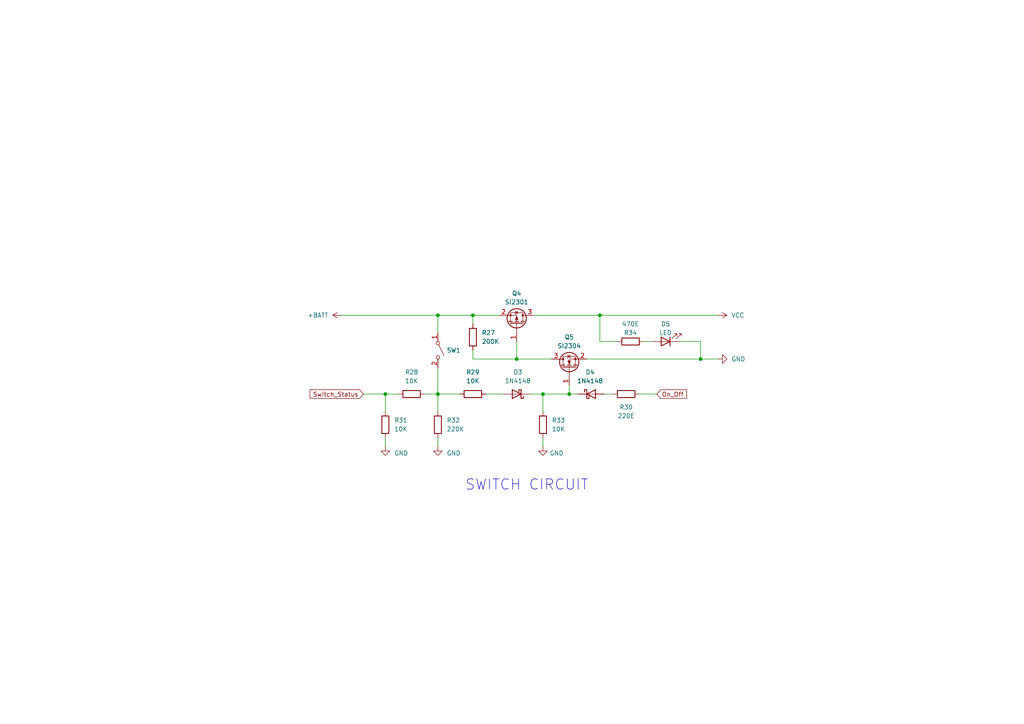
<source format=kicad_sch>
(kicad_sch (version 20250114) (generator "eeschema") (generator_version "9.0")
  (paper "A4")
  (lib_symbols
    (symbol "Device:D_Schottky" (pin_numbers (hide yes)) (pin_names (offset 1.016) (hide yes))
      (property "Reference" "D" (at 0 2.54 0))
      (property "Value" "D_Schottky" (at 0 -2.54 0))
      (symbol "D_Schottky_0_1"
        (polyline (pts (xy -1.905 0.635) (xy -1.905 1.27) (xy -1.27 1.27) (xy -1.27 -1.27) (xy -0.635 -1.27) (xy -0.635 -0.635)) (stroke (width 0.254)))
        (polyline (pts (xy 1.27 1.27) (xy 1.27 -1.27) (xy -1.27 0) (xy 1.27 1.27)) (stroke (width 0.254)))
        (polyline (pts (xy 1.27 0) (xy -1.27 0)))
      )
      (symbol "D_Schottky_1_1"
        (pin passive line (at -3.81 0 0) (length 2.54) (name "K") (number "1"))
        (pin passive line (at 3.81 0 180) (length 2.54) (name "A") (number "2"))
      )
    )
    (symbol "Device:LED" (pin_numbers (hide yes)) (pin_names (offset 1.016) (hide yes))
      (property "Reference" "D" (at 0 2.54 0))
      (property "Value" "LED" (at 0 -2.54 0))
      (symbol "LED_0_1"
        (polyline (pts (xy -3.048 -0.762) (xy -4.572 -2.286) (xy -3.81 -2.286) (xy -4.572 -2.286) (xy -4.572 -1.524)))
        (polyline (pts (xy -1.778 -0.762) (xy -3.302 -2.286) (xy -2.54 -2.286) (xy -3.302 -2.286) (xy -3.302 -1.524)))
        (polyline (pts (xy -1.27 0) (xy 1.27 0)))
        (polyline (pts (xy -1.27 -1.27) (xy -1.27 1.27)) (stroke (width 0.254)))
        (polyline (pts (xy 1.27 -1.27) (xy 1.27 1.27) (xy -1.27 0) (xy 1.27 -1.27)) (stroke (width 0.254)))
      )
      (symbol "LED_1_1"
        (pin passive line (at -3.81 0 0) (length 2.54) (name "K") (number "1"))
        (pin passive line (at 3.81 0 180) (length 2.54) (name "A") (number "2"))
      )
    )
    (symbol "Device:Q_NMOS_GSD" (pin_names (offset 0) (hide yes))
      (property "Reference" "Q" (at 5.08 1.27 0))
      (property "Value" "Q_NMOS_GSD" (at 5.08 -1.27 0))
      (symbol "Q_NMOS_GSD_0_1"
        (polyline (pts (xy 0.254 1.905) (xy 0.254 -1.905)) (stroke (width 0.254)))
        (polyline (pts (xy 0.254 0) (xy -2.54 0)))
        (polyline (pts (xy 0.762 2.286) (xy 0.762 1.27)) (stroke (width 0.254)))
        (polyline (pts (xy 0.762 0.508) (xy 0.762 -0.508)) (stroke (width 0.254)))
        (polyline (pts (xy 0.762 -1.27) (xy 0.762 -2.286)) (stroke (width 0.254)))
        (polyline (pts (xy 0.762 -1.778) (xy 3.302 -1.778) (xy 3.302 1.778) (xy 0.762 1.778)))
        (polyline (pts (xy 1.016 0) (xy 2.032 0.381) (xy 2.032 -0.381) (xy 1.016 0)) (fill (type outline)))
        (circle (center 1.651 0) (radius 2.794) (stroke (width 0.254)))
        (polyline (pts (xy 2.54 2.54) (xy 2.54 1.778)))
        (circle (center 2.54 1.778) (radius 0.254) (fill (type outline)))
        (circle (center 2.54 -1.778) (radius 0.254) (fill (type outline)))
        (polyline (pts (xy 2.54 -2.54) (xy 2.54 0) (xy 0.762 0)))
        (polyline (pts (xy 2.794 0.508) (xy 2.921 0.381) (xy 3.683 0.381) (xy 3.81 0.254)))
        (polyline (pts (xy 3.302 0.381) (xy 2.921 -0.254) (xy 3.683 -0.254) (xy 3.302 0.381)))
      )
      (symbol "Q_NMOS_GSD_1_1"
        (pin input line (at -5.08 0 0) (length 2.54) (name "G") (number "1"))
        (pin passive line (at 2.54 5.08 270) (length 2.54) (name "D") (number "3"))
        (pin passive line (at 2.54 -5.08 90) (length 2.54) (name "S") (number "2"))
      )
    )
    (symbol "Device:R" (pin_numbers (hide yes)) (pin_names (offset 0))
      (property "Reference" "R" (at 2.032 0 90))
      (property "Value" "R" (at 0 0 90))
      (symbol "R_0_1"
        (rectangle (start -1.016 -2.54) (end 1.016 2.54) (stroke (width 0.254)))
      )
      (symbol "R_1_1"
        (pin passive line (at 0 3.81 270) (length 1.27) (name "~") (number "1"))
        (pin passive line (at 0 -3.81 90) (length 1.27) (name "~") (number "2"))
      )
    )
    (symbol "Switch:SW_SPST" (pin_names (offset 0) (hide yes))
      (property "Reference" "SW" (at 0 3.175 0))
      (property "Value" "SW_SPST" (at 0 -2.54 0))
      (symbol "SW_SPST_0_0"
        (circle (center -2.032 0) (radius 0.508))
        (polyline (pts (xy -1.524 0.254) (xy 1.524 1.778)))
        (circle (center 2.032 0) (radius 0.508))
      )
      (symbol "SW_SPST_1_1"
        (pin passive line (at -5.08 0 0) (length 2.54) (name "A") (number "1"))
        (pin passive line (at 5.08 0 180) (length 2.54) (name "B") (number "2"))
      )
    )
    (symbol "Transistor_FET:Si2319CDS" (pin_names (hide yes))
      (property "Reference" "Q" (at 5.08 1.905 0))
      (property "Value" "Si2319CDS" (at 5.08 0 0))
      (symbol "Si2319CDS_0_1"
        (polyline (pts (xy 0.254 1.905) (xy 0.254 -1.905)) (stroke (width 0.254)))
        (polyline (pts (xy 0.254 0) (xy -2.54 0)))
        (polyline (pts (xy 0.762 2.286) (xy 0.762 1.27)) (stroke (width 0.254)))
        (polyline (pts (xy 0.762 1.778) (xy 3.302 1.778) (xy 3.302 -1.778) (xy 0.762 -1.778)))
        (polyline (pts (xy 0.762 0.508) (xy 0.762 -0.508)) (stroke (width 0.254)))
        (polyline (pts (xy 0.762 -1.27) (xy 0.762 -2.286)) (stroke (width 0.254)))
        (circle (center 1.651 0) (radius 2.794) (stroke (width 0.254)))
        (polyline (pts (xy 2.286 0) (xy 1.27 0.381) (xy 1.27 -0.381) (xy 2.286 0)) (fill (type outline)))
        (polyline (pts (xy 2.54 2.54) (xy 2.54 1.778)))
        (circle (center 2.54 1.778) (radius 0.254) (fill (type outline)))
        (circle (center 2.54 -1.778) (radius 0.254) (fill (type outline)))
        (polyline (pts (xy 2.54 -2.54) (xy 2.54 0) (xy 0.762 0)))
        (polyline (pts (xy 2.794 -0.508) (xy 2.921 -0.381) (xy 3.683 -0.381) (xy 3.81 -0.254)))
        (polyline (pts (xy 3.302 -0.381) (xy 2.921 0.254) (xy 3.683 0.254) (xy 3.302 -0.381)))
      )
      (symbol "Si2319CDS_1_1"
        (pin input line (at -5.08 0 0) (length 2.54) (name "G") (number "1"))
        (pin passive line (at 2.54 5.08 270) (length 2.54) (name "D") (number "3"))
        (pin passive line (at 2.54 -5.08 90) (length 2.54) (name "S") (number "2"))
      )
    )
    (symbol "power:+BATT" (power) (pin_names (offset 0))
      (property "Value" "+BATT" (at 0 3.556 0))
      (symbol "+BATT_0_1"
        (polyline (pts (xy -0.762 1.27) (xy 0 2.54)))
        (polyline (pts (xy 0 2.54) (xy 0.762 1.27)))
        (polyline (pts (xy 0 0) (xy 0 2.54)))
      )
      (symbol "+BATT_1_1"
        (pin power_in line (at 0 0 90) (length 0) (hide yes) (name "+BATT") (number "1"))
      )
    )
    (symbol "power:GND" (power) (pin_names (offset 0))
      (property "Value" "GND" (at 0 -3.81 0))
      (symbol "GND_0_1"
        (polyline (pts (xy 0 0) (xy 0 -1.27) (xy 1.27 -1.27) (xy 0 -2.54) (xy -1.27 -1.27) (xy 0 -1.27)))
      )
      (symbol "GND_1_1"
        (pin power_in line (at 0 0 270) (length 0) (hide yes) (name "GND") (number "1"))
      )
    )
    (symbol "power:VCC" (power) (pin_names (offset 0))
      (property "Value" "VCC" (at 0 3.81 0))
      (symbol "VCC_0_1"
        (polyline (pts (xy -0.762 1.27) (xy 0 2.54)))
        (polyline (pts (xy 0 2.54) (xy 0.762 1.27)))
        (polyline (pts (xy 0 0) (xy 0 2.54)))
      )
      (symbol "VCC_1_1"
        (pin power_in line (at 0 0 90) (length 0) (hide yes) (name "VCC") (number "1"))
      )
    )
  )
  (text "SWITCH CIRCUIT\n" (at 134.874 142.494 0) (effects (font (size 3 3)) (justify left bottom)))
  (junction (at 149.86 104.14))
  (junction (at 137.16 91.44))
  (junction (at 157.48 114.3))
  (junction (at 203.2 104.14))
  (junction (at 165.1 114.3))
  (junction (at 111.76 114.3))
  (junction (at 173.99 91.44))
  (junction (at 127 91.44))
  (junction (at 127 114.3))
  (wire (pts (xy 111.76 114.3) (xy 115.57 114.3)))
  (wire (pts (xy 127 114.3) (xy 133.35 114.3)))
  (wire (pts (xy 179.07 99.06) (xy 173.99 99.06)))
  (wire (pts (xy 127 129.54) (xy 127 127)))
  (wire (pts (xy 127 119.38) (xy 127 114.3)))
  (wire (pts (xy 165.1 111.76) (xy 165.1 114.3)))
  (wire (pts (xy 203.2 99.06) (xy 203.2 104.14)))
  (wire (pts (xy 127 106.68) (xy 127 114.3)))
  (wire (pts (xy 154.94 91.44) (xy 173.99 91.44)))
  (wire (pts (xy 203.2 104.14) (xy 208.28 104.14)))
  (wire (pts (xy 105.41 114.3) (xy 111.76 114.3)))
  (wire (pts (xy 149.86 104.14) (xy 160.02 104.14)))
  (wire (pts (xy 185.42 114.3) (xy 190.5 114.3)))
  (wire (pts (xy 186.69 99.06) (xy 189.23 99.06)))
  (wire (pts (xy 123.19 114.3) (xy 127 114.3)))
  (wire (pts (xy 137.16 91.44) (xy 137.16 93.98)))
  (wire (pts (xy 111.76 114.3) (xy 111.76 119.38)))
  (wire (pts (xy 157.48 119.38) (xy 157.48 114.3)))
  (wire (pts (xy 140.97 114.3) (xy 146.05 114.3)))
  (wire (pts (xy 99.06 91.44) (xy 127 91.44)))
  (wire (pts (xy 167.64 114.3) (xy 165.1 114.3)))
  (wire (pts (xy 173.99 91.44) (xy 208.28 91.44)))
  (wire (pts (xy 170.18 104.14) (xy 203.2 104.14)))
  (wire (pts (xy 175.26 114.3) (xy 177.8 114.3)))
  (wire (pts (xy 157.48 114.3) (xy 165.1 114.3)))
  (wire (pts (xy 127 91.44) (xy 137.16 91.44)))
  (wire (pts (xy 137.16 104.14) (xy 149.86 104.14)))
  (wire (pts (xy 173.99 91.44) (xy 173.99 99.06)))
  (wire (pts (xy 196.85 99.06) (xy 203.2 99.06)))
  (wire (pts (xy 127 91.44) (xy 127 96.52)))
  (wire (pts (xy 144.78 91.44) (xy 137.16 91.44)))
  (wire (pts (xy 153.67 114.3) (xy 157.48 114.3)))
  (wire (pts (xy 111.76 129.54) (xy 111.76 127)))
  (wire (pts (xy 157.48 129.54) (xy 157.48 127)))
  (wire (pts (xy 149.86 99.06) (xy 149.86 104.14)))
  (wire (pts (xy 137.16 101.6) (xy 137.16 104.14)))
  (global_label "Switch_Status" (shape input) (at 105.41 114.3 180) (property "Intersheetrefs" "${INTERSHEET_REFS}" (effects (hide yes))))
  (global_label "On_Off" (shape input) (at 190.5 114.3 0) (property "Intersheetrefs" "${INTERSHEET_REFS}" (effects (hide yes))))
  (symbol (lib_id "power:VCC") (at 208.28 91.44 270) (unit 1)
    (property "Reference" "#PWR054" (effects (hide yes)))
    (property "Value" "VCC" (at 212.09 91.44 90) (effects (justify left)))
  )
  (symbol (lib_id "Device:R") (at 137.16 97.79 0) (unit 1)
    (property "Reference" "R27" (at 139.7 96.52 0) (effects (justify left)))
    (property "Value" "200K" (at 139.7 99.06 0) (effects (justify left)))
    (property "Footprint" "Resistor_SMD:R_0402_1005Metric" (effects (hide yes)))
  )
  (symbol (lib_id "Switch:SW_SPST") (at 127 101.6 270) (unit 1)
    (property "Reference" "SW1" (at 129.54 101.6 90) (effects (justify left)))
    (property "Value" "SW_SPST" (effects (hide yes)))
    (property "Footprint" "Dotworld:4312560587X6" (effects (hide yes)))
  )
  (symbol (lib_id "power:+BATT") (at 99.06 91.44 90) (unit 1)
    (property "Reference" "#PWR053" (effects (hide yes)))
    (property "Value" "+BATT" (at 95.25 91.44 90) (effects (justify left)))
  )
  (symbol (lib_id "Device:R") (at 137.16 114.3 270) (unit 1)
    (property "Reference" "R29" (at 137.16 107.95 90))
    (property "Value" "10K" (at 137.16 110.49 90))
    (property "Footprint" "Resistor_SMD:R_0402_1005Metric" (effects (hide yes)))
  )
  (symbol (lib_id "Device:R") (at 127 123.19 0) (unit 1)
    (property "Reference" "R32" (at 129.54 121.92 0) (effects (justify left)))
    (property "Value" "220K" (at 129.54 124.46 0) (effects (justify left)))
    (property "Footprint" "Resistor_SMD:R_0402_1005Metric" (effects (hide yes)))
  )
  (symbol (lib_id "power:GND") (at 127 129.54 0) (unit 1)
    (property "Reference" "#PWR057" (effects (hide yes)))
    (property "Value" "GND" (at 129.54 131.445 0) (effects (justify left)))
  )
  (symbol (lib_id "Device:R") (at 182.88 99.06 270) (unit 1)
    (property "Reference" "R34" (at 182.88 96.52 90))
    (property "Value" "470E" (at 182.88 93.98 90))
    (property "Footprint" "Resistor_SMD:R_0402_1005Metric" (effects (hide yes)))
  )
  (symbol (lib_id "Device:LED") (at 193.04 99.06 180) (unit 1)
    (property "Reference" "D5" (at 193.04 93.98 0))
    (property "Value" "LED" (at 193.04 96.52 0))
    (property "Footprint" "LED_SMD:LED_0402_1005Metric" (effects (hide yes)))
  )
  (symbol (lib_id "Device:R") (at 119.38 114.3 90) (unit 1)
    (property "Reference" "R28" (at 119.38 107.95 90))
    (property "Value" "10K" (at 119.38 110.49 90))
    (property "Footprint" "Resistor_SMD:R_0402_1005Metric" (effects (hide yes)))
  )
  (symbol (lib_id "Device:Q_NMOS_GSD") (at 165.1 106.68 90) (unit 1)
    (property "Reference" "Q5" (at 165.1 97.79 90))
    (property "Value" "SI2304" (at 165.1 100.33 90))
    (property "Footprint" "Package_TO_SOT_SMD:SOT-23" (effects (hide yes)))
    (property "Populate" "Yes" (effects (hide yes)))
  )
  (symbol (lib_id "power:GND") (at 208.28 104.14 90) (unit 1)
    (property "Reference" "#PWR055" (effects (hide yes)))
    (property "Value" "GND" (at 212.09 104.14 90) (effects (justify right)))
  )
  (symbol (lib_id "Device:R") (at 111.76 123.19 0) (unit 1)
    (property "Reference" "R31" (at 114.3 121.92 0) (effects (justify left)))
    (property "Value" "10K" (at 114.3 124.46 0) (effects (justify left)))
    (property "Footprint" "Resistor_SMD:R_0402_1005Metric" (effects (hide yes)))
  )
  (symbol (lib_id "Device:D_Schottky") (at 171.45 114.3 0) (unit 1)
    (property "Reference" "D4" (at 171.1325 107.95 0))
    (property "Value" "1N4148" (at 171.1325 110.49 0))
    (property "Footprint" "Diode_SMD:D_SOD-323" (effects (hide yes)))
    (property "Populate" "Yes" (effects (hide yes)))
  )
  (symbol (lib_id "Device:R") (at 157.48 123.19 0) (unit 1)
    (property "Reference" "R33" (at 160.02 121.92 0) (effects (justify left)))
    (property "Value" "10K" (at 160.02 124.46 0) (effects (justify left)))
    (property "Footprint" "Resistor_SMD:R_0402_1005Metric" (effects (hide yes)))
  )
  (symbol (lib_id "Device:R") (at 181.61 114.3 90) (unit 1)
    (property "Reference" "R30" (at 181.61 118.11 90))
    (property "Value" "220E" (at 181.61 120.65 90))
    (property "Footprint" "Resistor_SMD:R_0402_1005Metric" (effects (hide yes)))
  )
  (symbol (lib_id "power:GND") (at 111.76 129.54 0) (unit 1)
    (property "Reference" "#PWR056" (effects (hide yes)))
    (property "Value" "GND" (at 114.3 131.445 0) (effects (justify left)))
  )
  (symbol (lib_id "Device:D_Schottky") (at 149.86 114.3 180) (unit 1)
    (property "Reference" "D3" (at 150.1775 107.95 0))
    (property "Value" "1N4148" (at 150.1775 110.49 0))
    (property "Footprint" "Diode_SMD:D_SOD-323" (effects (hide yes)))
    (property "Populate" "Yes" (effects (hide yes)))
  )
  (symbol (lib_id "power:GND") (at 157.48 129.54 0) (unit 1)
    (property "Reference" "#PWR058" (effects (hide yes)))
    (property "Value" "GND" (at 159.385 131.445 0) (effects (justify left)))
  )
  (symbol (lib_id "Transistor_FET:Si2319CDS") (at 149.86 93.98 270) (mirror x) (unit 1)
    (property "Reference" "Q4" (at 149.86 85.09 90))
    (property "Value" "Si2301" (at 149.86 87.63 90))
    (property "Footprint" "Package_TO_SOT_SMD:SOT-23" (effects (hide yes)))
    (property "Datasheet" "http://www.vishay.com/docs/66709/si2319cd.pdf" (effects (hide yes)))
    (property "Populate" "Yes" (effects (hide yes)))
  )
)
</source>
